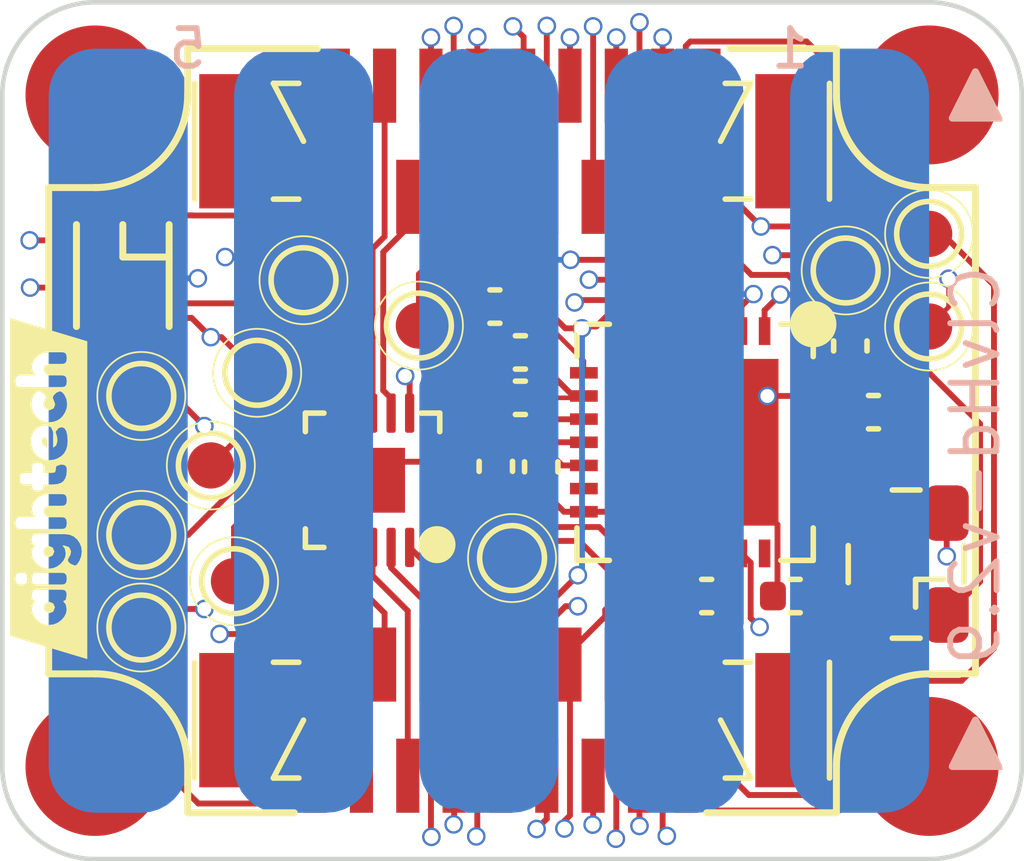
<source format=kicad_pcb>
(kicad_pcb (version 20221018) (generator pcbnew)
  (layers (0 "F.Cu" signal "Front") (1 "In1.Cu" signal) (2 "In2.Cu" signal) (31 "B.Cu" signal "Back") (34 "B.Paste" user) (35 "F.Paste" user) (36 "B.SilkS" user "B.Silkscreen") (37 "F.SilkS" user "F.Silkscreen") (38 "B.Mask" user) (39 "F.Mask" user) (44 "Edge.Cuts" user))
  (net 0 "")
  (net 1 "+3.3V")
  (net 2 "/ADS1293CISQE_0402_unit/XTAL1")
  (net 3 "/ADS1293CISQE_0402_unit/XTAL2")
  (net 4 "GND")
  (net 5 "DOUT")
  (net 6 "IN1")
  (net 7 "IN2")
  (net 8 "IN3")
  (net 9 "IN4")
  (net 10 "IN5")
  (net 11 "IN_ref")
  (net 12 "SCLK")
  (net 13 "DIN")
  (net 14 "OUT3")
  (net 15 "LED_OUT")
  (net 16 "LED_IN")
  (net 17 "ADD_IN2")
  (net 18 "ADD_IN3")
  (net 19 "ADD_IN4")
  (net 20 "ADD_IN1")
  (net 21 "ADD_OUT1")
  (net 22 "ADD_OUT2")
  (net 23 "ADD_OUT3")
  (net 24 "ADD_OUT4")
  (net 25 "I2C_SCL")
  (net 26 "I2C_SDA")
  (net 27 "AUX1")
  (net 28 "OUT1")
  (net 29 "OUT2")
  (net 30 "/ADS1293CISQE_0402_unit/RLDREF")
  (net 31 "/Vcap")
  (net 32 "/ADS1293CISQE_0402_unit/RLDOUT")
  (net 33 "+5VA")
  (net 34 "ALARMB")
  (net 35 "D_RDYB")
  (net 36 "RESETB")
  (net 37 "AUX2")
  (net 38 "/ADS1293CISQE_0402_unit/RLDINV")
  (net 39 "/ADS1293CISQE_0402_unit/cvref")
  (net 48 "/ADS1293CISQE_0402_unit/CMOUT")
  (net 49 "/ADS1293CISQE_0402_unit/sdo")
  (net 54 "CSB")
  (net 55 "/ADS1293CISQE_0402_unit/D_RDYB")
  (net 56 "/ADS1293CISQE_0402_unit/ALARMB")
  (footprint "Capacitor_SMD:C_0402_1005Metric" (layer "F.Cu") (at 178.56 82.54)
    (fp_text reference "C4" hide)
    (fp_text value "1nF" hide)
  )
  (footprint "00_custom-footprints:TestPoint_Pad_D1.0mm" (layer "F.Cu") (at 187.38 79.98)
    (fp_text reference "TP11" hide)
    (fp_text value "TP_AUX2" hide)
  )
  (footprint "Capacitor_SMD:C_0402_1005Metric" (layer "F.Cu") (at 178.03 85 90)
    (fp_text reference "C8" hide)
    (fp_text value "4.7uF" hide)
  )
  (footprint "00_custom-footprints:TestPoint_Pad_D1.0mm" (layer "F.Cu") (at 171.880001 84.979999)
    (fp_text reference "TP9" hide)
    (fp_text value "TP_SDA" hide)
  )
  (footprint "00_custom-footprints:TestPoint_Pad_D1.0mm" (layer "F.Cu") (at 170.38 86.48)
    (fp_text reference "TP3" hide)
    (fp_text value "TP_SDA" hide)
  )
  (footprint "Capacitor_SMD:C_0402_1005Metric" (layer "F.Cu") (at 178.56 83.52)
    (fp_text reference "R2" hide)
    (fp_text value "10M" hide)
  )
  (footprint "Capacitor_SMD:C_0402_1005Metric" (layer "F.Cu") (at 178.01 81.55)
    (fp_text reference "R1" hide)
    (fp_text value "10K" hide)
  )
  (footprint "00_custom-footprints:TestPoint_Pad_D1.0mm" (layer "F.Cu") (at 178.38 86.98)
    (fp_text reference "TP1" hide)
    (fp_text value "TP_SDA" hide)
  )
  (footprint "00_custom-footprints:TestPoint_Pad_D1.0mm" (layer "F.Cu") (at 172.88 82.98)
    (fp_text reference "TP12" hide)
    (fp_text value "TP_AUX2" hide)
  )
  (footprint "00_custom-footprints:TestPoint_Pad_D1.0mm" (layer "F.Cu") (at 185.58 80.77)
    (fp_text reference "TP6" hide)
    (fp_text value "TP_AUX1" hide)
  )
  (footprint "00_custom-footprints:TestPoint_Pad_D1.0mm" (layer "F.Cu") (at 170.38 88.48)
    (fp_text reference "TP10" hide)
    (fp_text value "TP_SDA" hide)
  )
  (footprint "kibuzzard-63F61033" (layer "F.Cu") (at 168.380001 85.48 90)
    (fp_text reference "kibuzzard-63F61033" hide)
    (fp_text value "G***" hide)
  )
  (footprint "00_custom-footprints:insert_1.2mm" (layer "F.Cu") (at 169.38 76.98)
    (fp_text reference "I4" hide)
    (fp_text value "smd_insert" hide)
  )
  (footprint "00_custom-footprints:TestPoint_Pad_D1.0mm" (layer "F.Cu") (at 176.37 81.96)
    (fp_text reference "TP5" hide)
    (fp_text value "TP_SCL" hide)
  )
  (footprint "Capacitor_SMD:C_0402_1005Metric" (layer "F.Cu") (at 182.58 87.8 180)
    (fp_text reference "R3" hide)
    (fp_text value "51" hide)
  )
  (footprint "00_custom-footprints:TestPoint_Pad_D1.0mm" (layer "F.Cu") (at 173.88 80.98)
    (fp_text reference "TP4" hide)
    (fp_text value "TP_SDA" hide)
  )
  (footprint "00_custom-footprints:XF2J-1824-12A" (layer "F.Cu") (at 178.38 77.98 180)
    (fp_text reference "J2" hide)
    (fp_text value "XF2J-1824-12A" hide)
  )
  (footprint "00_custom-footprints:XF2J-1824-12A" (layer "F.Cu") (at 178.38 90.48)
    (fp_text reference "J1" hide)
    (fp_text value "XF2J-1824-12A" hide)
  )
  (footprint "00_custom-footprints:TestPoint_Pad_D1.0mm" (layer "F.Cu") (at 172.38 87.48)
    (fp_text reference "TP2" hide)
    (fp_text value "TP_SDA" hide)
  )
  (footprint "00_custom-footprints:insert_1.2mm" (layer "F.Cu") (at 187.38 91.48)
    (fp_text reference "I2" hide)
    (fp_text value "smd_insert" hide)
  )
  (footprint "00_custom-footprints:WS2812-2020" (layer "F.Cu") (at 169.98 80.88 90)
    (fp_text reference "LED1" hide)
    (fp_text value "WS2812-2020" hide)
  )
  (footprint "00_custom-footprints:ADS1293CISQE" (layer "F.Cu") (at 182.33 84.48 -90)
    (fp_text reference "U1" hide)
    (fp_text value "ADS1293CISQE-NOPB" hide)
  )
  (footprint "Capacitor_SMD:C_0402_1005Metric" (layer "F.Cu") (at 186.18 83.83)
    (fp_text reference "C6" hide)
    (fp_text value "1uF" hide)
  )
  (footprint "Capacitor_SMD:C_0402_1005Metric" (layer "F.Cu") (at 185.68 82.4 -90)
    (fp_text reference "C5" hide)
    (fp_text value "100nF" hide)
  )
  (footprint "00_custom-footprints:TestPoint_Pad_D1.0mm" (layer "F.Cu") (at 170.380001 83.48)
    (fp_text reference "TP7" hide)
    (fp_text value "TP_AUX2" hide)
  )
  (footprint "Capacitor_SMD:C_0402_1005Metric" (layer "F.Cu") (at 179.01 85.01 -90)
    (fp_text reference "C3" hide)
    (fp_text value "100nF" hide)
  )
  (footprint "00_custom-footprints:insert_1.2mm" (layer "F.Cu") (at 187.38 76.98)
    (fp_text reference "I3" hide)
    (fp_text value "smd_insert" hide)
  )
  (footprint "00_custom-footprints:TestPoint_Pad_D1.0mm" (layer "F.Cu") (at 187.38 81.98)
    (fp_text reference "TP8" hide)
    (fp_text value "TP_AUX3" hide)
  )
  (footprint "00_custom-footprints:insert_1.2mm" (layer "F.Cu") (at 169.38 91.48)
    (fp_text reference "I1" hide)
    (fp_text value "smd_insert" hide)
  )
  (footprint "Capacitor_SMD:C_0402_1005Metric" (layer "F.Cu") (at 184.49 87.8 180)
    (fp_text reference "C7" hide)
    (fp_text value "100nF" hide)
  )
  (footprint "00_custom-footprints:SMD3225-4P" (layer "F.Cu") (at 186.885 87.11 90)
    (fp_text reference "XTAL1" hide)
    (fp_text value "4.096MHz" hide)
  )
  (footprint "00_custom-footprints:QFN-20-1EP_3x3mm_P0.4mm_EP1.4x1.4mm" (layer "F.Cu") (at 175.37 85.3 180)
    (fp_text reference "U2" hide)
    (fp_text value "HC32L110C6UA" hide)
  )
  (gr_rect (start 185.73 84.68) (end 186.28 84.93) (stroke (width 0.254)) (fill none) (layer "F.Cu"))
  (gr_poly (pts (xy 188.880001 91.479999) (xy 187.880001 91.479999) (xy 188.380001 90.479999)) (stroke (width 0.1524)) (fill solid) (layer "B.SilkS"))
  (gr_poly (pts (xy 188.880001 77.479999) (xy 187.880001 77.479999) (xy 188.380001 76.479999)) (stroke (width 0.1524)) (fill solid) (layer "B.SilkS"))
  (gr_line (start 168.380001 88.78) (end 168.38 89.479999) (stroke (width 0.15)) (layer "F.SilkS"))
  (gr_circle (center 187.38 79.98) (end 188.33 79.98) (stroke (width 0.0381)) (fill none) (layer "F.SilkS"))
  (gr_circle (center 172.88 82.98) (end 173.83 82.98) (stroke (width 0.0381)) (fill none) (layer "F.SilkS"))
  (gr_line (start 173.68 92.48) (end 171.38 92.48) (stroke (width 0.15)) (layer "F.SilkS"))
  (gr_line (start 187.38 89.48) (end 188.38 89.480001) (stroke (width 0.15)) (layer "F.SilkS"))
  (gr_circle (center 176.37 81.96) (end 177.32 81.96) (stroke (width 0.0381)) (fill none) (layer "F.SilkS"))
  (gr_circle (center 170.38 88.48) (end 171.33 88.48) (stroke (width 0.0381)) (fill none) (layer "F.SilkS"))
  (gr_line (start 185.379999 76.979999) (end 185.38 75.979999) (stroke (width 0.15)) (layer "F.SilkS"))
  (gr_line (start 169.379999 78.979999) (end 168.379999 78.979998) (stroke (width 0.15)) (layer "F.SilkS"))
  (gr_circle (center 178.38 86.98) (end 179.33 86.98) (stroke (width 0.0381)) (fill none) (layer "F.SilkS"))
  (gr_circle (center 187.38 81.98) (end 188.33 81.98) (stroke (width 0.0381)) (fill none) (layer "F.SilkS"))
  (gr_arc (start 171.379999 76.979999) (mid 170.794213 78.394213) (end 169.379999 78.979999) (stroke (width 0.1524)) (layer "F.SilkS"))
  (gr_line (start 185.38 91.48) (end 185.379999 92.48) (stroke (width 0.15)) (layer "F.SilkS"))
  (gr_arc (start 185.38 91.48) (mid 185.965786 90.065786) (end 187.38 89.48) (stroke (width 0.1524)) (layer "F.SilkS"))
  (gr_circle (center 173.88 80.98) (end 174.83 80.98) (stroke (width 0.0381)) (fill none) (layer "F.SilkS"))
  (gr_line (start 188.379999 78.98) (end 188.38 89.480001) (stroke (width 0.15)) (layer "F.SilkS"))
  (gr_circle (center 170.380001 83.48) (end 171.330001 83.48) (stroke (width 0.0381)) (fill none) (layer "F.SilkS"))
  (gr_circle (center 171.88 84.979999) (end 172.83 84.979999) (stroke (width 0.0381)) (fill none) (layer "F.SilkS"))
  (gr_arc (start 169.38 89.48) (mid 170.794214 90.065786) (end 171.38 91.48) (stroke (width 0.1524)) (layer "F.SilkS"))
  (gr_arc (start 187.379999 78.979999) (mid 185.965785 78.394213) (end 185.379999 76.979999) (stroke (width 0.1524)) (layer "F.SilkS"))
  (gr_line (start 169.38 89.48) (end 168.38 89.479999) (stroke (width 0.15)) (layer "F.SilkS"))
  (gr_circle (center 185.58 80.77) (end 186.53 80.77) (stroke (width 0.0381)) (fill none) (layer "F.SilkS"))
  (gr_circle (center 172.38 87.48) (end 173.33 87.48) (stroke (width 0.0381)) (fill none) (layer "F.SilkS"))
  (gr_line (start 171.38 92.48) (end 171.38 91.48) (stroke (width 0.15)) (layer "F.SilkS"))
  (gr_line (start 171.379999 76.979999) (end 171.38 75.979999) (stroke (width 0.15)) (layer "F.SilkS"))
  (gr_line (start 183.08 75.979999) (end 185.38 75.979999) (stroke (width 0.15)) (layer "F.SilkS"))
  (gr_line (start 187.379999 78.979999) (end 188.379999 78.98) (stroke (width 0.15)) (layer "F.SilkS"))
  (gr_line (start 182.58 92.48) (end 185.379999 92.48) (stroke (width 0.15)) (layer "F.SilkS"))
  (gr_circle (center 170.38 86.48) (end 171.33 86.48) (stroke (width 0.0381)) (fill none) (layer "F.SilkS"))
  (gr_line (start 168.379999 78.979998) (end 168.380001 82.18) (stroke (width 0.15)) (layer "F.SilkS"))
  (gr_line (start 174.18 75.98) (end 171.38 75.979999) (stroke (width 0.15)) (layer "F.SilkS"))
  (gr_arc (start 169.38 93.48) (mid 167.965786 92.894214) (end 167.38 91.48) (stroke (width 0.1)) (layer "Edge.Cuts"))
  (gr_line (start 169.379999 74.979999) (end 187.379999 74.979999) (stroke (width 0.1)) (layer "Edge.Cuts"))
  (gr_arc (start 189.38 91.48) (mid 188.794214 92.894214) (end 187.38 93.48) (stroke (width 0.1)) (layer "Edge.Cuts"))
  (gr_line (start 167.379999 76.979999) (end 167.38 91.48) (stroke (width 0.1)) (layer "Edge.Cuts"))
  (gr_line (start 189.379999 76.979999) (end 189.38 91.48) (stroke (width 0.1)) (layer "Edge.Cuts"))
  (gr_line (start 169.38 93.48) (end 187.38 93.48) (stroke (width 0.1)) (layer "Edge.Cuts"))
  (gr_arc (start 187.379999 74.979999) (mid 188.794213 75.565785) (end 189.379999 76.979999) (stroke (width 0.1)) (layer "Edge.Cuts"))
  (gr_arc (start 167.379999 76.979999) (mid 167.965785 75.565785) (end 169.379999 74.979999) (stroke (width 0.1)) (layer "Edge.Cuts"))
  (gr_text "ClvHd-v2.9" (at 188.380001 84.979999 90) (layer "B.SilkS") (effects (font (size 1 1) (thickness 0.127)) (justify mirror)))
  (gr_text "5" (at 171.38 75.98) (layer "B.SilkS") (effects (font (size 0.8128 0.8128) (thickness 0.127)) (justify mirror)))
  (gr_text "1" (at 184.38 75.98) (layer "B.SilkS") (effects (font (size 0.8128 0.8128) (thickness 0.127)) (justify mirror)))
  (segment (start 182.63 89.28) (end 183.095 89.745) (width 0.127) (layer "F.Cu") (net 1))
  (segment (start 183.489558 92.096558) (end 185.196442 92.096558) (width 0.127) (layer "F.Cu") (net 1))
  (segment (start 183.095 91.702) (end 183.489558 92.096558) (width 0.127) (layer "F.Cu") (net 1))
  (segment (start 171.465002 81.795) (end 170.53 81.795) (width 0.127) (layer "F.Cu") (net 1))
  (segment (start 186.01 88.21) (end 186.01 88.42) (width 0.1) (layer "F.Cu") (net 1))
  (segment (start 171.880001 82.209999) (end 171.465002 81.795) (width 0.127) (layer "F.Cu") (net 1))
  (segment (start 185.43 89) (end 184.97 88.54) (width 0.127) (layer "F.Cu") (net 1))
  (segment (start 185.43 91.863) (end 185.43 89) (width 0.127) (layer "F.Cu") (net 1))
  (segment (start 186.01 88.42) (end 185.43 89) (width 0.1) (layer "F.Cu") (net 1))
  (segment (start 186.43 80.61) (end 185.64 79.82) (width 0.127) (layer "F.Cu") (net 1))
  (segment (start 183.75 79.82) (end 182.66 78.73) (width 0.127) (layer "F.Cu") (net 1))
  (segment (start 186.43 82.03) (end 186.43 80.61) (width 0.127) (layer "F.Cu") (net 1))
  (segment (start 171.880001 82.209999) (end 172.109999 82.209999) (width 0.127) (layer "F.Cu") (net 1))
  (segment (start 186.01 88.21) (end 187.76 88.21) (width 0.1) (layer "F.Cu") (net 1))
  (segment (start 187.76 88.21) (end 188.48 87.49) (width 0.127) (layer "F.Cu") (net 1))
  (segment (start 183.095 89.745) (end 183.095 91.702) (width 0.127) (layer "F.Cu") (net 1))
  (segment (start 172.109999 82.209999) (end 172.88 82.98) (width 0.127) (layer "F.Cu") (net 1))
  (segment (start 184.73 85.98) (end 184.73 87.56) (width 0.127) (layer "F.Cu") (net 1))
  (segment (start 184.97 88.54) (end 184.97 87.8) (width 0.127) (layer "F.Cu") (net 1))
  (segment (start 188.48 84.08) (end 186.43 82.03) (width 0.127) (layer "F.Cu") (net 1))
  (segment (start 182.66 76.81) (end 182.629999 76.779999) (width 0.127) (layer "F.Cu") (net 1))
  (segment (start 176.17 83.145687) (end 176.17 83.85) (width 0.127) (layer "F.Cu") (net 1))
  (segment (start 176.072696 83.048383) (end 176.17 83.145687) (width 0.127) (layer "F.Cu") (net 1))
  (segment (start 185.196442 92.096558) (end 185.43 91.863) (width 0.127) (layer "F.Cu") (net 1))
  (segment (start 185.64 79.82) (end 183.75 79.82) (width 0.127) (layer "F.Cu") (net 1))
  (segment (start 188.48 87.49) (end 188.48 84.08) (width 0.127) (layer "F.Cu") (net 1))
  (segment (start 182.66 78.73) (end 182.66 76.81) (width 0.127) (layer "F.Cu") (net 1))
  (segment (start 184.73 87.56) (end 184.97 87.8) (width 0.127) (layer "F.Cu") (net 1))
  (via (at 183.75 79.82) (size 0.4) (drill 0.3) (layers "F.Cu" "B.Cu") (net 1))
  (via (at 176.072696 83.048383) (size 0.4) (drill 0.3) (layers "F.Cu" "B.Cu") (net 1))
  (via (at 171.880001 82.209999) (size 0.4) (drill 0.3) (layers "F.Cu" "B.Cu") (net 1))
  (segment (start 184.73 84.979999) (end 185.729999 84.979999) (width 0.1) (layer "F.Cu") (net 2))
  (segment (start 185.729999 84.979999) (end 185.73 84.98) (width 0.1) (layer "F.Cu") (net 2))
  (segment (start 185.480001 85.480001) (end 186.01 86.01) (width 0.1) (layer "F.Cu") (net 3))
  (segment (start 184.73 85.480001) (end 185.480001 85.480001) (width 0.1) (layer "F.Cu") (net 3))
  (segment (start 179.93 85.98) (end 179.5 85.98) (width 0.127) (layer "F.Cu") (net 4))
  (segment (start 178.63 89.28) (end 178.63 88.923) (width 0.127) (layer "F.Cu") (net 4))
  (segment (start 186.66 83.83) (end 186.63 83.83) (width 0.1) (layer "F.Cu") (net 4))
  (segment (start 184.73 83.479999) (end 183.889999 83.479999) (width 0.127) (layer "F.Cu") (net 4))
  (segment (start 178.63 88.923) (end 179.533 88.02) (width 0.127) (layer "F.Cu") (net 4))
  (segment (start 167.970001 80.119999) (end 169.275001 80.119999) (width 0.127) (layer "F.Cu") (net 4))
  (segment (start 178.03 85.48) (end 177.45 84.9) (width 0.127) (layer "F.Cu") (net 4))
  (segment (start 170.780001 88.079999) (end 171.740001 88.079999) (width 0.127) (layer "F.Cu") (net 4))
  (segment (start 184.1085 86.2585) (end 182.33 84.48) (width 0.127) (layer "F.Cu") (net 4))
  (segment (start 184.1085 87.7015) (end 184.1085 86.2585) (width 0.127) (layer "F.Cu") (net 4))
  (segment (start 178.88 85.36) (end 178.15 85.36) (width 0.127) (layer "F.Cu") (net 4))
  (segment (start 176.82 84.9) (end 175.77 84.9) (width 0.127) (layer "F.Cu") (net 4))
  (segment (start 178.63 76.78) (end 178.63 75.729998) (width 0.127) (layer "F.Cu") (net 4))
  (segment (start 179.5 85.98) (end 178.88 85.36) (width 0.127) (layer "F.Cu") (net 4))
  (segment (start 184.01 87.8) (end 184.1085 87.7015) (width 0.127) (layer "F.Cu") (net 4))
  (segment (start 169.275001 80.119999) (end 169.43 79.965) (width 0.127) (layer "F.Cu") (net 4))
  (segment (start 175.77 84.9) (end 175.37 85.3) (width 0.127) (layer "F.Cu") (net 4))
  (segment (start 187.76 86.94) (end 187.76 86.01) (width 0.127) (layer "F.Cu") (net 4))
  (segment (start 182.33 84.48) (end 182.889998 84.48) (width 0.127) (layer "F.Cu") (net 4))
  (segment (start 179.93 85.98) (end 180.83 85.98) (width 0.127) (layer "F.Cu") (net 4))
  (segment (start 178.63 75.729998) (end 178.400001 75.499999) (width 0.127) (layer "F.Cu") (net 4))
  (segment (start 182.889998 84.48) (end 183.889999 83.479999) (width 0.127) (layer "F.Cu") (net 4))
  (segment (start 180.83 85.98) (end 182.33 84.48) (width 0.127) (layer "F.Cu") (net 4))
  (segment (start 178.15 85.36) (end 178.03 85.48) (width 0.127) (layer "F.Cu") (net 4))
  (segment (start 186.63 83.83) (end 185.68 82.88) (width 0.1) (layer "F.Cu") (net 4))
  (segment (start 179.533 88.02) (end 179.8 88.02) (width 0.127) (layer "F.Cu") (net 4))
  (segment (start 185.080001 83.479999) (end 185.68 82.88) (width 0.127) (layer "F.Cu") (net 4))
  (segment (start 185.68 82.88) (end 185.68 82.89) (width 0.127) (layer "F.Cu") (net 4))
  (segment (start 177.45 84.9) (end 176.82 84.9) (width 0.127) (layer "F.Cu") (net 4))
  (segment (start 181.13 79.18) (end 181.13 75.41) (width 0.127) (layer "F.Cu") (net 4))
  (segment (start 181.13 92.764596) (end 181.13 91.68) (width 0.127) (layer "F.Cu") (net 4))
  (segment (start 184.73 83.479999) (end 185.080001 83.479999) (width 0.127) (layer "F.Cu") (net 4))
  (segment (start 170.38 88.48) (end 170.780001 88.079999) (width 0.127) (layer "F.Cu") (net 4))
  (via (at 187.76 86.94) (size 0.4) (drill 0.3) (layers "F.Cu" "B.Cu") (net 4))
  (via (at 179.8 88.02) (size 0.4) (drill 0.3) (layers "F.Cu" "B.Cu") (net 4))
  (via (at 181.13 75.41) (size 0.4) (drill 0.3) (layers "F.Cu" "B.Cu") (net 4))
  (via (at 178.400001 75.499999) (size 0.4) (drill 0.3) (layers "F.Cu" "B.Cu") (net 4))
  (via (at 167.970001 80.119999) (size 0.4) (drill 0.3) (layers "F.Cu" "B.Cu") (net 4))
  (via (at 171.740001 88.079999) (size 0.4) (drill 0.3) (layers "F.Cu" "B.Cu") (net 4))
  (via (at 181.13 92.764596) (size 0.4) (drill 0.3) (layers "F.Cu" "B.Cu") (net 4))
  (via (at 183.889999 83.479999) (size 0.4) (drill 0.3) (layers "F.Cu" "B.Cu") (net 4))
  (segment (start 181.63 88.73) (end 182.1 88.26) (width 0.127) (layer "F.Cu") (net 5))
  (segment (start 181.63 76.78) (end 181.63 75.74) (width 0.127) (layer "F.Cu") (net 5))
  (segment (start 182.1 88.26) (end 182.1 87.8) (width 0.127) (layer "F.Cu") (net 5))
  (segment (start 181.63 89.28) (end 181.63 88.73) (width 0.127) (layer "F.Cu") (net 5))
  (segment (start 181.63 92.89) (end 181.63 89.28) (width 0.127) (layer "F.Cu") (net 5))
  (segment (start 181.72 92.98) (end 181.63 92.89) (width 0.127) (layer "F.Cu") (net 5))
  (via (at 181.72 92.98) (size 0.4) (drill 0.3) (layers "F.Cu" "B.Cu") (net 5))
  (via (at 181.63 75.74) (size 0.4) (drill 0.3) (layers "F.Cu" "B.Cu") (net 5))
  (segment (start 183.83 81.63) (end 183.83 82.08) (width 0.127) (layer "F.Cu") (net 6))
  (segment (start 184.17 81.29) (end 183.83 81.63) (width 0.127) (layer "F.Cu") (net 6))
  (via (at 184.17 81.29) (size 0.4) (drill 0.3) (layers "F.Cu" "B.Cu") (net 6))
  (segment (start 184.17 81.29) (end 184.5 81.29) (width 0.127) (layer "B.Cu") (net 6))
  (segment (start 183.330001 81.539999) (end 183.330001 82.08) (width 0.127) (layer "F.Cu") (net 7))
  (segment (start 183.59 81.28) (end 183.330001 81.539999) (width 0.127) (layer "F.Cu") (net 7))
  (via (at 183.59 81.28) (size 0.4) (drill 0.3) (layers "F.Cu" "B.Cu") (net 7))
  (segment (start 183.59 81.28) (end 183.26 81.28) (width 0.127) (layer "B.Cu") (net 7))
  (segment (start 182.829999 81.799999) (end 182.829999 82.08) (width 0.127) (layer "F.Cu") (net 8))
  (segment (start 179.64 80.54) (end 181.57 80.54) (width 0.127) (layer "F.Cu") (net 8))
  (segment (start 181.57 80.54) (end 182.829999 81.799999) (width 0.127) (layer "F.Cu") (net 8))
  (via (at 179.64 80.54) (size 0.4) (drill 0.3) (layers "F.Cu" "B.Cu") (net 8))
  (segment (start 179.64 80.54) (end 179.22 80.54) (width 0.127) (layer "B.Cu") (net 8))
  (segment (start 181.452001 80.97) (end 182.33 81.847999) (width 0.127) (layer "F.Cu") (net 9))
  (segment (start 182.33 81.847999) (end 182.33 82.08) (width 0.127) (layer "F.Cu") (net 9))
  (segment (start 180.04 80.97) (end 181.452001 80.97) (width 0.127) (layer "F.Cu") (net 9))
  (via (at 172.19 80.48) (size 0.4) (drill 0.3) (layers "F.Cu" "B.Cu") (net 9))
  (via (at 180.04 80.97) (size 0.4) (drill 0.3) (layers "F.Cu" "B.Cu") (net 9))
  (segment (start 172.19 80.48) (end 172.52 80.48) (width 0.127) (layer "B.Cu") (net 9))
  (segment (start 179.7805 81.4095) (end 181.334501 81.4095) (width 0.127) (layer "F.Cu") (net 10))
  (segment (start 181.830001 81.905) (end 181.830001 82.08) (width 0.127) (layer "F.Cu") (net 10))
  (segment (start 181.334501 81.4095) (end 181.830001 81.905) (width 0.127) (layer "F.Cu") (net 10))
  (segment (start 179.73 81.46) (end 179.7805 81.4095) (width 0.127) (layer "F.Cu") (net 10))
  (via (at 179.73 81.46) (size 0.4) (drill 0.3) (layers "F.Cu" "B.Cu") (net 10))
  (via (at 171.6 80.94) (size 0.4) (drill 0.3) (layers "F.Cu" "B.Cu") (net 10))
  (segment (start 171.6 80.94) (end 171.24 80.94) (width 0.127) (layer "B.Cu") (net 10))
  (segment (start 178.613 87.94) (end 178.13 88.423) (width 0.127) (layer "F.Cu") (net 11))
  (segment (start 178.13 80) (end 178.13 79.18) (width 0.127) (layer "F.Cu") (net 11))
  (segment (start 180.198 81.98) (end 179.93 81.98) (width 0.127) (layer "F.Cu") (net 11))
  (segment (start 181.051499 81.6265) (end 180.5515 81.6265) (width 0.127) (layer "F.Cu") (net 11))
  (segment (start 179.93 81.98) (end 179.89 82.02) (width 0.127) (layer "F.Cu") (net 11))
  (segment (start 179.53 82.02) (end 178.9235 81.4135) (width 0.127) (layer "F.Cu") (net 11))
  (segment (start 179.89 82.02) (end 179.53 82.02) (width 0.127) (layer "F.Cu") (net 11))
  (segment (start 179.8 87.35) (end 179.21 87.94) (width 0.127) (layer "F.Cu") (net 11))
  (segment (start 178.9235 81.4135) (end 178.9235 80.7935) (width 0.127) (layer "F.Cu") (net 11))
  (segment (start 178.9235 80.7935) (end 178.13 80) (width 0.127) (layer "F.Cu") (net 11))
  (segment (start 178.13 88.423) (end 178.13 91.68) (width 0.127) (layer "F.Cu") (net 11))
  (segment (start 181.329999 82.08) (end 181.329999 81.905) (width 0.127) (layer "F.Cu") (net 11))
  (segment (start 181.329999 81.905) (end 181.051499 81.6265) (width 0.127) (layer "F.Cu") (net 11))
  (segment (start 179.21 87.94) (end 178.613 87.94) (width 0.127) (layer "F.Cu") (net 11))
  (segment (start 180.5515 81.6265) (end 180.198 81.98) (width 0.127) (layer "F.Cu") (net 11))
  (via (at 179.8 87.35) (size 0.4) (drill 0.3) (layers "F.Cu" "B.Cu") (net 11))
  (via (at 179.89 82.02) (size 0.4) (drill 0.3) (layers "F.Cu" "B.Cu") (net 11))
  (segment (start 179.89 87.26) (end 179.89 82.02) (width 0.127) (layer "B.Cu") (net 11))
  (segment (start 179.8 87.35) (end 179.89 87.26) (width 0.127) (layer "B.Cu") (net 11))
  (segment (start 181.3095 87.5505) (end 181.830001 87.029999) (width 0.127) (layer "F.Cu") (net 12))
  (segment (start 179.63 76.78) (end 179.63 75.74) (width 0.127) (layer "F.Cu") (net 12))
  (segment (start 179.63 92.537) (end 179.63 89.28) (width 0.127) (layer "F.Cu") (net 12))
  (segment (start 179.51 92.657) (end 179.63 92.537) (width 0.127) (layer "F.Cu") (net 12))
  (segment (start 180.9395 87.5505) (end 181.3095 87.5505) (width 0.127) (layer "F.Cu") (net 12))
  (segment (start 181.830001 87.029999) (end 181.830001 86.88) (width 0.127) (layer "F.Cu") (net 12))
  (segment (start 180.39 88.1) (end 180.9395 87.5505) (width 0.127) (layer "F.Cu") (net 12))
  (segment (start 179.51 92.82) (end 179.51 92.657) (width 0.127) (layer "F.Cu") (net 12))
  (segment (start 179.63 89.28) (end 179.63 89) (width 0.127) (layer "F.Cu") (net 12))
  (segment (start 179.63 89) (end 180.39 88.24) (width 0.127) (layer "F.Cu") (net 12))
  (segment (start 180.39 88.24) (end 180.39 88.1) (width 0.127) (layer "F.Cu") (net 12))
  (via (at 179.63 75.74) (size 0.4) (drill 0.3) (layers "F.Cu" "B.Cu") (net 12))
  (via (at 179.51 92.82) (size 0.4) (drill 0.3) (layers "F.Cu" "B.Cu") (net 12))
  (segment (start 180.63 89.28) (end 180.63 88.54) (width 0.127) (layer "F.Cu") (net 13))
  (segment (start 181.8365 87.3335) (end 182.108501 87.3335) (width 0.127) (layer "F.Cu") (net 13))
  (segment (start 180.63 93.03) (end 180.63 89.28) (width 0.127) (layer "F.Cu") (net 13))
  (segment (start 182.33 87.112001) (end 182.33 86.88) (width 0.127) (layer "F.Cu") (net 13))
  (segment (start 180.63 76.78) (end 180.63 75.74) (width 0.127) (layer "F.Cu") (net 13))
  (segment (start 180.62 93.04) (end 180.63 93.03) (width 0.127) (layer "F.Cu") (net 13))
  (segment (start 182.108501 87.3335) (end 182.33 87.112001) (width 0.127) (layer "F.Cu") (net 13))
  (segment (start 180.63 88.54) (end 181.8365 87.3335) (width 0.127) (layer "F.Cu") (net 13))
  (via (at 180.63 75.74) (size 0.4) (drill 0.3) (layers "F.Cu" "B.Cu") (net 13))
  (via (at 180.62 93.04) (size 0.4) (drill 0.3) (layers "F.Cu" "B.Cu") (net 13))
  (segment (start 173.92 84.5) (end 172.36 84.5) (width 0.127) (layer "F.Cu") (net 14))
  (segment (start 172.36 84.5) (end 171.880001 84.979999) (width 0.127) (layer "F.Cu") (net 14))
  (segment (start 170.53 79.965) (end 170.915 79.58) (width 0.127) (layer "F.Cu") (net 15))
  (segment (start 171.4765 79.5835) (end 173.7265 79.5835) (width 0.127) (layer "F.Cu") (net 15))
  (segment (start 173.7265 79.5835) (end 174.13 79.18) (width 0.127) (layer "F.Cu") (net 15))
  (segment (start 171.473 79.58) (end 171.4765 79.5835) (width 0.127) (layer "F.Cu") (net 15))
  (segment (start 170.915 79.58) (end 171.473 79.58) (width 0.127) (layer "F.Cu") (net 15))
  (segment (start 169.38 81.795) (end 169.43 81.795) (width 0.127) (layer "F.Cu") (net 16))
  (segment (start 171.24 91.91) (end 171.24 90.89) (width 0.127) (layer "F.Cu") (net 16))
  (segment (start 174.13 91.68) (end 173.53 92.28) (width 0.127) (layer "F.Cu") (net 16))
  (segment (start 171.24 90.89) (end 169.38 89.03) (width 0.127) (layer "F.Cu") (net 16))
  (segment (start 173.53 92.28) (end 171.61 92.28) (width 0.127) (layer "F.Cu") (net 16))
  (segment (start 169.38 89.03) (end 169.38 81.795) (width 0.127) (layer "F.Cu") (net 16))
  (segment (start 171.61 92.28) (end 171.24 91.91) (width 0.127) (layer "F.Cu") (net 16))
  (segment (start 174.57 87.863) (end 174.57 86.75) (width 0.127) (layer "F.Cu") (net 17))
  (segment (start 175.13 88.423) (end 174.57 87.863) (width 0.127) (layer "F.Cu") (net 17))
  (segment (start 175.13 91.68) (end 175.13 88.423) (width 0.127) (layer "F.Cu") (net 17))
  (segment (start 175.63 88.17) (end 174.97 87.51) (width 0.127) (layer "F.Cu") (net 18))
  (segment (start 175.63 89.28) (end 175.63 88.17) (width 0.127) (layer "F.Cu") (net 18))
  (segment (start 174.97 87.51) (end 174.97 86.75) (width 0.127) (layer "F.Cu") (net 18))
  (segment (start 176.13 91.68) (end 176.13 88.12) (width 0.127) (layer "F.Cu") (net 19))
  (segment (start 176.13 88.12) (end 175.37 87.36) (width 0.127) (layer "F.Cu") (net 19))
  (segment (start 175.37 87.36) (end 175.37 86.75) (width 0.127) (layer "F.Cu") (net 19))
  (segment (start 173.92 88.57) (end 173.92 86.1) (width 0.127) (layer "F.Cu") (net 20))
  (segment (start 174.63 89.28) (end 173.92 88.57) (width 0.127) (layer "F.Cu") (net 20))
  (segment (start 174.63 83.79) (end 174.63 76.78) (width 0.127) (layer "F.Cu") (net 21))
  (segment (start 174.57 83.85) (end 174.63 83.79) (width 0.127) (layer "F.Cu") (net 21))
  (segment (start 174.97 79.34) (end 175.13 79.18) (width 0.127) (layer "F.Cu") (net 22))
  (segment (start 174.97 83.85) (end 174.97 79.34) (width 0.127) (layer "F.Cu") (net 22))
  (segment (start 175.37 80.297) (end 175.63 80.037) (width 0.127) (layer "F.Cu") (net 23))
  (segment (start 175.63 80.037) (end 175.63 76.78) (width 0.127) (layer "F.Cu") (net 23))
  (segment (start 175.37 83.85) (end 175.37 80.297) (width 0.127) (layer "F.Cu") (net 23))
  (segment (start 175.77 83.53) (end 175.6 83.36) (width 0.127) (layer "F.Cu") (net 24))
  (segment (start 175.6 83.36) (end 175.6 80.373884) (width 0.127) (layer "F.Cu") (net 24))
  (segment (start 175.77 83.85) (end 175.77 83.53) (width 0.127) (layer "F.Cu") (net 24))
  (segment (start 176.13 79.843884) (end 176.13 79.18) (width 0.127) (layer "F.Cu") (net 24))
  (segment (start 175.6 80.373884) (end 176.13 79.843884) (width 0.127) (layer "F.Cu") (net 24))
  (segment (start 177.13 80.09) (end 177.13 79.18) (width 0.127) (layer "F.Cu") (net 25))
  (segment (start 176.37 80.85) (end 177.13 80.09) (width 0.127) (layer "F.Cu") (net 25))
  (segment (start 177.13 92.72) (end 177.120001 92.729999) (width 0.127) (layer "F.Cu") (net 25))
  (segment (start 177.13 91.68) (end 177.13 87.71) (width 0.127) (layer "F.Cu") (net 25))
  (segment (start 177.13 91.68) (end 177.13 92.72) (width 0.127) (layer "F.Cu") (net 25))
  (segment (start 177.13 79.18) (end 177.119427 75.490001) (width 0.127) (layer "F.Cu") (net 25))
  (segment (start 177.13 75.500574) (end 177.119427 75.490001) (width 0.127) (layer "F.Cu") (net 25))
  (segment (start 176.37 81.96) (end 176.37 80.85) (width 0.127) (layer "F.Cu") (net 25))
  (segment (start 177.13 87.71) (end 176.17 86.75) (width 0.127) (layer "F.Cu") (net 25))
  (via (at 177.119427 75.490001) (size 0.4) (drill 0.3) (layers "F.Cu" "B.Cu") (net 25))
  (via (at 177.120001 92.729999) (size 0.4) (drill 0.3) (layers "F.Cu" "B.Cu") (net 25))
  (segment (start 175.77 87.19) (end 175.77 86.75) (width 0.127) (layer "F.Cu") (net 26))
  (segment (start 171.140002 81.48) (end 173.38 81.48) (width 0.127) (layer "F.Cu") (net 26))
  (segment (start 176.63 88.05) (end 175.77 87.19) (width 0.127) (layer "F.Cu") (net 26))
  (segment (start 167.980001 81.139999) (end 170.800001 81.139999) (width 0.127) (layer "F.Cu") (net 26))
  (segment (start 176.63 89.28) (end 176.63 88.05) (width 0.127) (layer "F.Cu") (net 26))
  (segment (start 176.63 92.990314) (end 176.63993 93.000244) (width 0.127) (layer "F.Cu") (net 26))
  (segment (start 176.63 76.78) (end 176.63 75.74) (width 0.127) (layer "F.Cu") (net 26))
  (segment (start 176.63 89.28) (end 176.63 92.990314) (width 0.127) (layer "F.Cu") (net 26))
  (segment (start 173.38 81.48) (end 173.88 80.98) (width 0.127) (layer "F.Cu") (net 26))
  (segment (start 170.800001 81.139999) (end 171.140002 81.48) (width 0.127) (layer "F.Cu") (net 26))
  (via (at 176.63 75.74) (size 0.4) (drill 0.3) (layers "F.Cu" "B.Cu") (net 26))
  (via (at 176.63993 93.000244) (size 0.4) (drill 0.3) (layers "F.Cu" "B.Cu") (net 26))
  (via (at 167.980001 81.139999) (size 0.4) (drill 0.3) (layers "F.Cu" "B.Cu") (net 26))
  (segment (start 179.13 92.61) (end 178.91 92.83) (width 0.127) (layer "F.Cu") (net 27))
  (segment (start 185.25 80.44) (end 185.58 80.77) (width 0.127) (layer "F.Cu") (net 27))
  (segment (start 179.13 91.68) (end 179.13 92.61) (width 0.127) (layer "F.Cu") (net 27))
  (segment (start 179.13 79.18) (end 179.13 75.49) (width 0.127) (layer "F.Cu") (net 27))
  (segment (start 184 80.44) (end 185.25 80.44) (width 0.127) (layer "F.Cu") (net 27))
  (via (at 178.91 92.83) (size 0.4) (drill 0.3) (layers "F.Cu" "B.Cu") (net 27))
  (via (at 179.13 75.49) (size 0.4) (drill 0.3) (layers "F.Cu" "B.Cu") (net 27))
  (via (at 184 80.44) (size 0.4) (drill 0.3) (layers "F.Cu" "B.Cu") (net 27))
  (segment (start 172.38 86.32) (end 172.38 87.48) (width 0.127) (layer "F.Cu") (net 28))
  (segment (start 173.92 85.3) (end 173.4 85.3) (width 0.127) (layer "F.Cu") (net 28))
  (segment (start 173.4 85.3) (end 172.38 86.32) (width 0.127) (layer "F.Cu") (net 28))
  (segment (start 173.92 84.9) (end 172.97 84.9) (width 0.127) (layer "F.Cu") (net 29))
  (segment (start 172.97 84.9) (end 171.39 86.48) (width 0.127) (layer "F.Cu") (net 29))
  (segment (start 171.39 86.48) (end 170.38 86.48) (width 0.127) (layer "F.Cu") (net 29))
  (segment (start 179.93 84.979999) (end 179.459999 84.979999) (width 0.127) (layer "F.Cu") (net 30))
  (segment (start 179.459999 84.979999) (end 179.01 84.53) (width 0.127) (layer "F.Cu") (net 30))
  (segment (start 179.01 84.53) (end 179.06 84.48) (width 0.127) (layer "F.Cu") (net 30))
  (segment (start 179.06 84.48) (end 179.93 84.48) (width 0.127) (layer "F.Cu") (net 30))
  (segment (start 178.01 84.43) (end 177.98 84.4) (width 0.127) (layer "F.Cu") (net 31))
  (segment (start 178.01 84.5) (end 178.01 84.43) (width 0.127) (layer "F.Cu") (net 31))
  (segment (start 176.82 84.5) (end 178.01 84.5) (width 0.127) (layer "F.Cu") (net 31))
  (segment (start 179.93 83.479999) (end 179.697999 83.479999) (width 0.127) (layer "F.Cu") (net 32))
  (segment (start 179.889999 83.52) (end 179.93 83.479999) (width 0.1) (layer "F.Cu") (net 32))
  (segment (start 179.04 82.822) (end 179.04 82.54) (width 0.127) (layer "F.Cu") (net 32))
  (segment (start 179.697999 83.479999) (end 179.04 82.822) (width 0.127) (layer "F.Cu") (net 32))
  (segment (start 179.04 83.52) (end 179.889999 83.52) (width 0.1) (layer "F.Cu") (net 32))
  (segment (start 185.68 81.92) (end 185.68 82.03) (width 0.127) (layer "F.Cu") (net 33))
  (segment (start 182.68 92.43) (end 185.44 92.43) (width 0.127) (layer "F.Cu") (net 33))
  (segment (start 185.68 82.03) (end 184.73 82.98) (width 0.127) (layer "F.Cu") (net 33))
  (segment (start 184.331278 80.8665) (end 184.6 81.135222) (width 0.127) (layer "F.Cu") (net 33))
  (segment (start 188.08 89.63) (end 188.78 88.93) (width 0.127) (layer "F.Cu") (net 33))
  (segment (start 185.71 92.16) (end 185.71 90.65) (width 0.127) (layer "F.Cu") (net 33))
  (segment (start 183.5465 80.8665) (end 184.331278 80.8665) (width 0.127) (layer "F.Cu") (net 33))
  (segment (start 185.71 90.65) (end 186.73 89.63) (width 0.127) (layer "F.Cu") (net 33))
  (segment (start 184.7365 75.8265) (end 185.32 76.41) (width 0.127) (layer "F.Cu") (net 33))
  (segment (start 185.32 76.41) (end 185.32 77.92) (width 0.127) (layer "F.Cu") (net 33))
  (segment (start 182.13 91.88) (end 182.68 92.43) (width 0.127) (layer "F.Cu") (net 33))
  (segment (start 182.13 75.923) (end 182.2265 75.8265) (width 0.127) (layer "F.Cu") (net 33))
  (segment (start 186.73 89.63) (end 188.08 89.63) (width 0.127) (layer "F.Cu") (net 33))
  (segment (start 187.67 79.98) (end 187.38 79.98) (width 0.127) (layer "F.Cu") (net 33))
  (segment (start 184.6 81.135222) (end 184.6 82.85) (width 0.127) (layer "F.Cu") (net 33))
  (segment (start 182.2265 75.8265) (end 184.7365 75.8265) (width 0.127) (layer "F.Cu") (net 33))
  (segment (start 182.13 79.18) (end 182.13 75.923) (width 0.127) (layer "F.Cu") (net 33))
  (segment (start 182.13 91.68) (end 182.13 91.88) (width 0.127) (layer "F.Cu") (net 33))
  (segment (start 188.78 88.93) (end 188.78 81.09) (width 0.127) (layer "F.Cu") (net 33))
  (segment (start 184.6 82.85) (end 184.73 82.98) (width 0.127) (layer "F.Cu") (net 33))
  (segment (start 182.13 79.45) (end 183.5465 80.8665) (width 0.127) (layer "F.Cu") (net 33))
  (segment (start 188.78 81.09) (end 187.67 79.98) (width 0.127) (layer "F.Cu") (net 33))
  (segment (start 182.13 79.18) (end 182.13 79.45) (width 0.127) (layer "F.Cu") (net 33))
  (segment (start 185.32 77.92) (end 187.38 79.98) (width 0.127) (layer "F.Cu") (net 33))
  (segment (start 185.44 92.43) (end 185.71 92.16) (width 0.127) (layer "F.Cu") (net 33))
  (segment (start 177.3985 85.5085) (end 177.3985 85.6585) (width 0.127) (layer "F.Cu") (net 34))
  (segment (start 180.26 86.31) (end 180.83 86.88) (width 0.127) (layer "F.Cu") (net 34))
  (segment (start 178.05 86.31) (end 180.26 86.31) (width 0.127) (layer "F.Cu") (net 34))
  (segment (start 176.82 85.3) (end 177.19 85.3) (width 0.127) (layer "F.Cu") (net 34))
  (segment (start 177.3985 85.6585) (end 178.05 86.31) (width 0.127) (layer "F.Cu") (net 34))
  (segment (start 177.19 85.3) (end 177.3985 85.5085) (width 0.127) (layer "F.Cu") (net 34))
  (segment (start 173.23 87.86) (end 173.23 85.98) (width 0.127) (layer "F.Cu") (net 35))
  (segment (start 173.23 85.98) (end 173.51 85.7) (width 0.127) (layer "F.Cu") (net 35))
  (segment (start 183.53 88.277) (end 183.53 87.079999) (width 0.127) (layer "F.Cu") (net 35))
  (segment (start 183.53 87.079999) (end 183.330001 86.88) (width 0.127) (layer "F.Cu") (net 35))
  (segment (start 172.47 88.62) (end 173.23 87.86) (width 0.127) (layer "F.Cu") (net 35))
  (segment (start 183.721891 88.468891) (end 183.53 88.277) (width 0.127) (layer "F.Cu") (net 35))
  (segment (start 173.51 85.7) (end 173.92 85.7) (width 0.127) (layer "F.Cu") (net 35))
  (segment (start 172.07 88.62) (end 172.47 88.62) (width 0.127) (layer "F.Cu") (net 35))
  (via (at 172.07 88.62) (size 0.4) (drill 0.3) (layers "F.Cu" "B.Cu") (net 35))
  (via (at 183.721891 88.468891) (size 0.4) (drill 0.3) (layers "F.Cu" "B.Cu") (net 35))
  (segment (start 177.63 89.28) (end 177.63 92.967576) (width 0.127) (layer "F.Cu") (net 36))
  (segment (start 171.090002 83.48) (end 170.380001 83.48) (width 0.127) (layer "F.Cu") (net 36))
  (segment (start 177.63 92.967576) (end 177.607585 92.989991) (width 0.127) (layer "F.Cu") (net 36))
  (segment (start 177.63 89.28) (end 177.63 86.91) (width 0.127) (layer "F.Cu") (net 36))
  (segment (start 177.63 76.78) (end 177.63 75.73) (width 0.127) (layer "F.Cu") (net 36))
  (segment (start 171.740001 84.129999) (end 171.090002 83.48) (width 0.127) (layer "F.Cu") (net 36))
  (segment (start 177.63 86.91) (end 176.82 86.1) (width 0.127) (layer "F.Cu") (net 36))
  (via (at 177.63 75.73) (size 0.4) (drill 0.3) (layers "F.Cu" "B.Cu") (net 36))
  (via (at 171.740001 84.129999) (size 0.4) (drill 0.3) (layers "F.Cu" "B.Cu") (net 36))
  (via (at 177.607585 92.989991) (size 0.4) (drill 0.3) (layers "F.Cu" "B.Cu") (net 36))
  (segment (start 180.12 92.735222) (end 180.13 92.725222) (width 0.127) (layer "F.Cu") (net 37))
  (segment (start 180.13 79.18) (end 180.13 75.5) (width 0.127) (layer "F.Cu") (net 37))
  (segment (start 187.8 80.95) (end 187.8 81.56) (width 0.1) (layer "F.Cu") (net 37))
  (segment (start 180.13 92.725222) (end 180.13 91.68) (width 0.127) (layer "F.Cu") (net 37))
  (segment (start 187.8 81.56) (end 187.38 81.98) (width 0.1) (layer "F.Cu") (net 37))
  (via (at 180.13 75.5) (size 0.4) (drill 0.3) (layers "F.Cu" "B.Cu") (net 37))
  (via (at 180.12 92.735222) (size 0.4) (drill 0.3) (layers "F.Cu" "B.Cu") (net 37))
  (via (at 187.8 80.95) (size 0.4) (drill 0.3) (layers "F.Cu" "B.Cu") (net 37))
  (segment (start 179.93 83.980001) (end 179.926501 83.9835) (width 0.127) (layer "F.Cu") (net 38))
  (segment (start 179.93 83.980001) (end 179.912999 83.963) (width 0.127) (layer "F.Cu") (net 38))
  (segment (start 178.08 82.54) (end 178.08 82.1) (width 0.127) (layer "F.Cu") (net 38))
  (segment (start 178.08 82.1) (end 177.53 81.55) (width 0.127) (layer "F.Cu") (net 38))
  (segment (start 178.08 83.52) (end 178.08 82.54) (width 0.127) (layer "F.Cu") (net 38))
  (segment (start 178.5435 83.9835) (end 178.08 83.52) (width 0.127) (layer "F.Cu") (net 38))
  (segment (start 179.926501 83.9835) (end 178.5435 83.9835) (width 0.127) (layer "F.Cu") (net 38))
  (segment (start 185.549999 83.980001) (end 184.73 83.980001) (width 0.1) (layer "F.Cu") (net 39))
  (segment (start 185.7 83.83) (end 185.549999 83.980001) (width 0.1) (layer "F.Cu") (net 39))
  (segment (start 178.49 81.55) (end 178.75598 81.55) (width 0.1) (layer "F.Cu") (net 48))
  (segment (start 179.93 82.72402) (end 179.93 82.98) (width 0.1) (layer "F.Cu") (net 48))
  (segment (start 178.75598 81.55) (end 179.93 82.72402) (width 0.1) (layer "F.Cu") (net 48))
  (segment (start 183.06 87.8) (end 182.829999 87.569999) (width 0.127) (layer "F.Cu") (net 49))
  (segment (start 182.829999 87.569999) (end 182.829999 86.88) (width 0.127) (layer "F.Cu") (net 49))
  (segment (start 177.73 86.61) (end 177.3985 86.2785) (width 0.127) (layer "F.Cu") (net 54))
  (segment (start 180.5515 87.3335) (end 179.828 86.61) (width 0.127) (layer "F.Cu") (net 54))
  (segment (start 179.828 86.61) (end 178.7 86.61) (width 0.127) (layer "F.Cu") (net 54))
  (segment (start 178.7 86.66) (end 178.7 86.61) (width 0.127) (layer "F.Cu") (net 54))
  (segment (start 178.38 86.98) (end 178.7 86.66) (width 0.127) (layer "F.Cu") (net 54))
  (segment (start 181.1085 87.3335) (end 180.5515 87.3335) (width 0.127) (layer "F.Cu") (net 54))
  (segment (start 177.132792 85.7) (end 176.82 85.7) (width 0.127) (layer "F.Cu") (net 54))
  (segment (start 177.3985 85.965708) (end 177.132792 85.7) (width 0.127) (layer "F.Cu") (net 54))
  (segment (start 178.7 86.61) (end 177.73 86.61) (width 0.127) (layer "F.Cu") (net 54))
  (segment (start 177.3985 86.2785) (end 177.3985 85.965708) (width 0.127) (layer "F.Cu") (net 54))
  (segment (start 181.329999 86.88) (end 181.329999 87.112001) (width 0.127) (layer "F.Cu") (net 54))
  (segment (start 181.329999 87.112001) (end 181.1085 87.3335) (width 0.127) (layer "F.Cu") (net 54))
  (zone (net 10) (net_name "IN5") (layer "B.Cu") (connect_pads yes (clearance 0)) (min_thickness 0.254) (fill yes (thermal_gap 0.508) (thermal_bridge_width 0.508) (smoothing fillet) (radius 1))
    (polygon (pts (xy 171.38 92.48) (xy 168.38 92.48) (xy 168.38 75.98) (xy 171.38 75.98)))
  )
  (zone (net 7) (net_name "IN2") (layer "B.Cu") (connect_pads yes (clearance 0)) (min_thickness 0.254) (fill yes (thermal_gap 0.508) (thermal_bridge_width 0.508) (smoothing fillet) (radius 1))
    (polygon (pts (xy 183.38 92.48) (xy 180.38 92.48) (xy 180.38 75.98) (xy 183.38 75.98)))
  )
  (zone (net 9) (net_name "IN4") (layer "B.Cu") (connect_pads yes (clearance 0)) (min_thickness 0.254) (fill yes (thermal_gap 0.508) (thermal_bridge_width 0.508) (smoothing fillet) (radius 1))
    (polygon (pts (xy 175.38 92.48) (xy 172.38 92.48) (xy 172.38 75.98) (xy 175.38 75.98)))
  )
  (zone (net 6) (net_name "IN1") (layer "B.Cu") (connect_pads yes (clearance 0)) (min_thickness 0.254) (fill yes (thermal_gap 0.508) (thermal_bridge_width 0.508) (smoothing fillet) (radius 1))
    (polygon (pts (xy 187.38 92.48) (xy 184.38 92.48) (xy 184.38 75.98) (xy 187.38 75.98)))
  )
  (zone (net 8) (net_name "IN3") (layer "B.Cu") (connect_pads yes (clearance 0)) (min_thickness 0.254) (fill yes (thermal_gap 0.508) (thermal_bridge_width 0.508) (smoothing fillet) (radius 1))
    (polygon (pts (xy 179.38 92.48) (xy 176.38 92.48) (xy 176.38 75.98) (xy 179.38 75.98)))
  )
)
</source>
